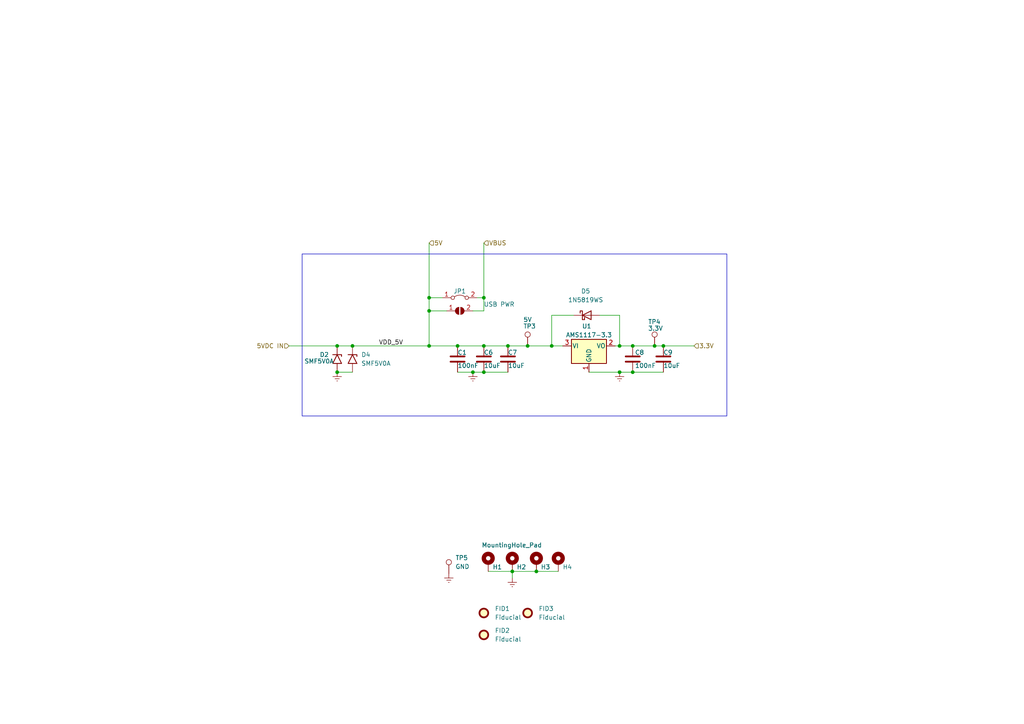
<source format=kicad_sch>
(kicad_sch (version 20230121) (generator eeschema)
  (paper "A4")
  (title_block (title "Spotify Reactive IoT LED Strip Driver") (date "2023-08-13") (rev "v1.8-a") (comment 2 "to the currently playing song on spotify") (comment 3 "A modular, internet connected LED strip driver that reacts "))
  (lib_symbols
    (symbol "Connector:TestPoint" (pin_numbers hide) (pin_names (offset 0.762) hide)
      (property "Reference" "TP" (at 0 6.858 0))
      (property "Value" "TestPoint" (at 0 5.08 0))
      (symbol "TestPoint_0_1"
        (circle (center 0 3.302) (radius 0.762))
      )
      (symbol "TestPoint_1_1"
        (pin passive line (at 0 0 90) (length 2.54) (name "1") (number "1"))
      )
    )
    (symbol "Device:C" (pin_numbers hide) (pin_names (offset 0.254))
      (property "Reference" "C" (at 0.635 2.54 0))
      (property "Value" "C" (at 0.635 -2.54 0))
      (symbol "C_0_1"
        (polyline (pts (xy -2.032 -0.762) (xy 2.032 -0.762)) (stroke (width 0.508)))
        (polyline (pts (xy -2.032 0.762) (xy 2.032 0.762)) (stroke (width 0.508)))
      )
      (symbol "C_1_1"
        (pin passive line (at 0 3.81 270) (length 2.794) (name "~") (number "1"))
        (pin passive line (at 0 -3.81 90) (length 2.794) (name "~") (number "2"))
      )
    )
    (symbol "Device:D_Schottky" (pin_numbers hide) (pin_names (offset 1.016) hide)
      (property "Reference" "D" (at 0 2.54 0))
      (property "Value" "D_Schottky" (at 0 -2.54 0))
      (symbol "D_Schottky_0_1"
        (polyline (pts (xy 1.27 0) (xy -1.27 0)))
        (polyline (pts (xy 1.27 1.27) (xy 1.27 -1.27) (xy -1.27 0) (xy 1.27 1.27)) (stroke (width 0.254)))
        (polyline (pts (xy -1.905 0.635) (xy -1.905 1.27) (xy -1.27 1.27) (xy -1.27 -1.27) (xy -0.635 -1.27) (xy -0.635 -0.635)) (stroke (width 0.254)))
      )
      (symbol "D_Schottky_1_1"
        (pin passive line (at -3.81 0 0) (length 2.54) (name "K") (number "1"))
        (pin passive line (at 3.81 0 180) (length 2.54) (name "A") (number "2"))
      )
    )
    (symbol "Diode:SMF5V0A" (pin_numbers hide) (pin_names (offset 1.016) hide)
      (property "Reference" "D" (at 0 2.54 0))
      (property "Value" "SMF5V0A" (at 0 -2.54 0))
      (symbol "SMF5V0A_0_1"
        (polyline (pts (xy -0.762 1.27) (xy -1.27 1.27) (xy -1.27 -1.27)) (stroke (width 0.254)))
        (polyline (pts (xy 1.27 1.27) (xy 1.27 -1.27) (xy -1.27 0) (xy 1.27 1.27)) (stroke (width 0.254)))
      )
      (symbol "SMF5V0A_1_1"
        (pin passive line (at -3.81 0 0) (length 2.54) (name "A1") (number "1"))
        (pin passive line (at 3.81 0 180) (length 2.54) (name "A2") (number "2"))
      )
    )
    (symbol "Earth_1" (power) (pin_names (offset 0) hide)
      (symbol "Earth_1_0_1"
        (polyline (pts (xy -0.635 -1.905) (xy 0.635 -1.905)))
        (polyline (pts (xy -0.127 -2.54) (xy 0.127 -2.54)))
        (polyline (pts (xy 0 -1.27) (xy 0 0)))
        (polyline (pts (xy 1.27 -1.27) (xy -1.27 -1.27)))
      )
      (symbol "Earth_1_1_1"
        (pin power_in line (at 0 0 270) (length 0) hide (name "Earth") (number "1"))
      )
    )
    (symbol "Earth_2" (power) (pin_numbers hide) (pin_names (offset 0) hide)
      (symbol "Earth_2_0_1"
        (polyline (pts (xy -0.635 -1.905) (xy 0.635 -1.905)))
        (polyline (pts (xy -0.127 -2.54) (xy 0.127 -2.54)))
        (polyline (pts (xy 0 -1.27) (xy 0 0)))
        (polyline (pts (xy 1.27 -1.27) (xy -1.27 -1.27)))
      )
      (symbol "Earth_2_1_1"
        (pin power_in line (at 0 0 270) (length 0) hide (name "Earth") (number "1"))
      )
    )
    (symbol "Jumper:Jumper_2_Bridged" (pin_names (offset 0) hide)
      (property "Reference" "JP" (at 0 1.905 0))
      (property "Value" "Jumper_2_Bridged" (at 0 -2.54 0))
      (symbol "Jumper_2_Bridged_0_0"
        (circle (center -2.032 0) (radius 0.508))
        (circle (center 2.032 0) (radius 0.508))
      )
      (symbol "Jumper_2_Bridged_0_1"
        (arc (start 1.524 0.254) (mid 0 0.762) (end -1.524 0.254))
      )
      (symbol "Jumper_2_Bridged_1_1"
        (pin passive line (at -5.08 0 0) (length 2.54) (name "A") (number "1"))
        (pin passive line (at 5.08 0 180) (length 2.54) (name "B") (number "2"))
      )
    )
    (symbol "Jumper:SolderJumper_2_Open" (pin_names (offset 0) hide)
      (property "Reference" "JP" (at 0 2.032 0))
      (property "Value" "SolderJumper_2_Open" (at 0 -2.54 0))
      (symbol "SolderJumper_2_Open_0_1"
        (arc (start -0.254 1.016) (mid -1.2656 0) (end -0.254 -1.016))
        (arc (start -0.254 1.016) (mid -1.2656 0) (end -0.254 -1.016) (fill (type outline)))
        (polyline (pts (xy -0.254 1.016) (xy -0.254 -1.016)))
        (polyline (pts (xy 0.254 1.016) (xy 0.254 -1.016)))
        (arc (start 0.254 -1.016) (mid 1.2656 0) (end 0.254 1.016))
        (arc (start 0.254 -1.016) (mid 1.2656 0) (end 0.254 1.016) (fill (type outline)))
      )
      (symbol "SolderJumper_2_Open_1_1"
        (pin passive line (at -3.81 0 0) (length 2.54) (name "A") (number "1"))
        (pin passive line (at 3.81 0 180) (length 2.54) (name "B") (number "2"))
      )
    )
    (symbol "Mechanical:Fiducial"
      (property "Reference" "FID" (at 0 5.08 0))
      (property "Value" "Fiducial" (at 0 3.175 0))
      (symbol "Fiducial_0_1"
        (circle (center 0 0) (radius 1.27) (stroke (width 0.508)) (fill (type background)))
      )
    )
    (symbol "Mechanical:MountingHole_Pad" (pin_numbers hide) (pin_names (offset 1.016) hide)
      (property "Reference" "H" (at 0 6.35 0))
      (property "Value" "MountingHole_Pad" (at 0 4.445 0))
      (symbol "MountingHole_Pad_0_1"
        (circle (center 0 1.27) (radius 1.27) (stroke (width 1.27)))
      )
      (symbol "MountingHole_Pad_1_1"
        (pin input line (at 0 -2.54 90) (length 2.54) (name "1") (number "1"))
      )
    )
    (symbol "Regulator_Linear:AMS1117-3.3" (pin_names (offset 0.254))
      (property "Reference" "U" (at -3.81 3.175 0))
      (property "Value" "AMS1117-3.3" (at 0 3.175 0))
      (symbol "AMS1117-3.3_0_1"
        (rectangle (start -5.08 -5.08) (end 5.08 1.905) (stroke (width 0.254)) (fill (type background)))
      )
      (symbol "AMS1117-3.3_1_1"
        (pin power_in line (at 0 -7.62 90) (length 2.54) (name "GND") (number "1"))
        (pin power_out line (at 7.62 0 180) (length 2.54) (name "VO") (number "2"))
        (pin power_in line (at -7.62 0 0) (length 2.54) (name "VI") (number "3"))
      )
    )
    (symbol "power:Earth" (power) (pin_names (offset 0))
      (symbol "Earth_0_1"
        (polyline (pts (xy -0.635 -1.905) (xy 0.635 -1.905)))
        (polyline (pts (xy -0.127 -2.54) (xy 0.127 -2.54)))
        (polyline (pts (xy 0 -1.27) (xy 0 0)))
        (polyline (pts (xy 1.27 -1.27) (xy -1.27 -1.27)))
      )
      (symbol "Earth_1_1"
        (pin power_in line (at 0 0 270) (length 0) hide (name "Earth") (number "1"))
      )
    )
  )
  (junction (at 132.715 100.33))
  (junction (at 160.02 100.33))
  (junction (at 183.515 100.33))
  (junction (at 124.46 90.17))
  (junction (at 124.46 86.36))
  (junction (at 140.335 86.36))
  (junction (at 153.035 100.33))
  (junction (at 137.16 107.95))
  (junction (at 97.79 100.33))
  (junction (at 189.865 100.33))
  (junction (at 183.515 107.95))
  (junction (at 102.235 100.33))
  (junction (at 179.705 100.33))
  (junction (at 97.79 107.95))
  (junction (at 140.335 100.33))
  (junction (at 140.335 107.95))
  (junction (at 155.575 165.735))
  (junction (at 179.705 107.95))
  (junction (at 124.46 100.33))
  (junction (at 148.59 165.735))
  (junction (at 147.32 100.33))
  (junction (at 192.405 100.33))
  (wire (pts (xy 140.335 107.95) (xy 147.32 107.95)))
  (wire (pts (xy 140.335 100.33) (xy 147.32 100.33)))
  (wire (pts (xy 124.46 70.485) (xy 124.46 86.36)))
  (wire (pts (xy 189.865 100.33) (xy 192.405 100.33)))
  (wire (pts (xy 124.46 100.33) (xy 132.715 100.33)))
  (wire (pts (xy 148.59 165.735) (xy 148.59 167.64)))
  (wire (pts (xy 160.02 91.44) (xy 160.02 100.33)))
  (wire (pts (xy 137.16 107.95) (xy 140.335 107.95)))
  (wire (pts (xy 140.335 86.36) (xy 138.43 86.36)))
  (wire (pts (xy 179.705 107.95) (xy 183.515 107.95)))
  (wire (pts (xy 155.575 165.735) (xy 161.925 165.735)))
  (wire (pts (xy 178.435 100.33) (xy 179.705 100.33)))
  (wire (pts (xy 124.46 86.36) (xy 128.27 86.36)))
  (wire (pts (xy 141.605 165.735) (xy 148.59 165.735)))
  (wire (pts (xy 102.235 100.33) (xy 124.46 100.33)))
  (wire (pts (xy 183.515 100.33) (xy 189.865 100.33)))
  (wire (pts (xy 140.335 86.36) (xy 140.335 90.17)))
  (wire (pts (xy 147.32 100.33) (xy 153.035 100.33)))
  (wire (pts (xy 153.035 100.33) (xy 160.02 100.33)))
  (wire (pts (xy 148.59 165.735) (xy 155.575 165.735)))
  (wire (pts (xy 97.79 100.33) (xy 102.235 100.33)))
  (wire (pts (xy 132.715 100.33) (xy 140.335 100.33)))
  (wire (pts (xy 192.405 100.33) (xy 201.295 100.33)))
  (wire (pts (xy 179.705 91.44) (xy 179.705 100.33)))
  (wire (pts (xy 124.46 90.17) (xy 124.46 100.33)))
  (wire (pts (xy 124.46 90.17) (xy 129.54 90.17)))
  (wire (pts (xy 137.16 90.17) (xy 140.335 90.17)))
  (wire (pts (xy 173.99 91.44) (xy 179.705 91.44)))
  (wire (pts (xy 140.335 70.485) (xy 140.335 86.36)))
  (wire (pts (xy 183.515 107.95) (xy 192.405 107.95)))
  (wire (pts (xy 83.82 100.33) (xy 97.79 100.33)))
  (wire (pts (xy 97.79 107.95) (xy 102.235 107.95)))
  (wire (pts (xy 124.46 86.36) (xy 124.46 90.17)))
  (wire (pts (xy 160.02 100.33) (xy 163.195 100.33)))
  (wire (pts (xy 170.815 107.95) (xy 179.705 107.95)))
  (wire (pts (xy 179.705 100.33) (xy 183.515 100.33)))
  (wire (pts (xy 132.715 107.95) (xy 137.16 107.95)))
  (wire (pts (xy 166.37 91.44) (xy 160.02 91.44)))
  (rectangle (start 87.63 73.66) (end 210.82 120.65))
  (label "VDD_5V" (at 109.855 100.33 0))
  (hierarchical_label "5VDC IN" (shape input) (at 83.82 100.33 180))
  (hierarchical_label "VBUS" (shape input) (at 140.335 70.485 0))
  (hierarchical_label "5V" (shape input) (at 124.46 70.485 0))
  (hierarchical_label "3.3V" (shape input) (at 201.295 100.33 0))
  (symbol (lib_id "Mechanical:MountingHole_Pad") (at 141.605 163.195 0) (unit 1) (in_bom no)
    (property "Reference" "H1" (at 142.875 164.465 0) (effects (justify left)))
    (property "Value" "MountingHole_Pad" (at 139.7 158.115 0) (effects (justify left)))
    (property "Footprint" "MountingHole:MountingHole_2.2mm_M2_Pad_Via" (effects hide))
  )
  (symbol (lib_id "Jumper:Jumper_2_Bridged") (at 133.35 86.36 0) (unit 1) (in_bom no)
    (property "Reference" "JP1" (at 133.35 84.455 0))
    (property "Value" "Jumper_2_Bridged" (effects hide))
    (property "Footprint" "Connector_PinHeader_2.54mm:PinHeader_1x02_P2.54mm_Vertical" (effects hide))
  )
  (symbol (lib_id "Mechanical:Fiducial") (at 140.335 184.15 0) (unit 1) (in_bom no)
    (property "Reference" "FID2" (at 143.51 182.8799 0) (effects (justify left)))
    (property "Value" "Fiducial" (at 143.51 185.4199 0) (effects (justify left)))
    (property "Footprint" "Fiducial:Fiducial_0.5mm_Mask1mm" (effects hide))
  )
  (symbol (lib_id "power:Earth") (at 179.705 107.95 0) (unit 1)
    (property "Reference" "#PWR012" (effects hide))
    (property "Value" "Earth" (effects hide))
  )
  (symbol (lib_id "power:Earth") (at 137.16 107.95 0) (unit 1)
    (property "Reference" "#PWR05" (effects hide))
    (property "Value" "Earth" (effects hide))
  )
  (symbol (lib_id "Device:C") (at 192.405 104.14 0) (unit 1)
    (property "Reference" "C9" (at 192.405 102.235 0) (effects (justify left)))
    (property "Value" "10uF" (at 192.405 106.045 0) (effects (justify left)))
    (property "Footprint" "Capacitor_SMD:C_0805_2012Metric_Pad1.18x1.45mm_HandSolder" (effects hide))
    (property "Vendor" "https://www.lcsc.com/product-detail/Multilayer-Ceramic-Capacitors-MLCC-SMD-SMT_Murata-Electronics-GRM21BR61C106KE15L_C77075.html" (effects hide))
    (property "LCSC" "C15850" (effects hide))
    (instances (project "iot_led_strip_pcb" (path "" (reference "C9") (unit 1)) (path "" (reference "C11") (unit 1))))
  )
  (symbol (lib_id "Device:C") (at 147.32 104.14 0) (unit 1)
    (property "Reference" "C7" (at 147.32 102.235 0) (effects (justify left)))
    (property "Value" "10uF" (at 147.32 106.045 0) (effects (justify left)))
    (property "Footprint" "Capacitor_SMD:C_0805_2012Metric_Pad1.18x1.45mm_HandSolder" (effects hide))
    (property "Vendor" "https://www.lcsc.com/product-detail/Multilayer-Ceramic-Capacitors-MLCC-SMD-SMT_Murata-Electronics-GRM21BR61C106KE15L_C77075.html" (effects hide))
    (property "LCSC" "C15850" (effects hide))
    (instances (project "iot_led_strip_pcb" (path "" (reference "C7") (unit 1)) (path "" (reference "C9") (unit 1))))
  )
  (symbol (lib_id "Connector:TestPoint") (at 153.035 100.33 0) (unit 1) (in_bom no)
    (property "Reference" "TP3" (at 151.765 94.615 0) (effects (justify left)))
    (property "Value" "5V" (at 151.765 92.71 0) (effects (justify left)))
    (property "Footprint" "TestPoint:TestPoint_Pad_D2.0mm" (effects hide))
    (instances (project "iot_led_strip_pcb" (path "" (reference "TP3") (unit 1)) (path "" (reference "TP6") (unit 1))))
  )
  (symbol (lib_name "Earth_1") (lib_id "power:Earth") (at 130.175 166.37 0) (unit 1)
    (property "Reference" "#PWR013" (effects hide))
    (property "Value" "Earth" (effects hide))
  )
  (symbol (lib_id "power:Earth") (at 97.79 107.95 0) (unit 1)
    (property "Reference" "#PWR02" (effects hide))
    (property "Value" "Earth" (effects hide))
    (instances (project "iot_led_strip_pcb" (path "" (reference "#PWR02") (unit 1)) (path "" (reference "#PWR016") (unit 1))))
  )
  (symbol (lib_id "Diode:SMF5V0A") (at 97.79 104.14 270) (unit 1)
    (property "Reference" "D2" (at 92.71 102.87 90) (effects (justify left)))
    (property "Value" "SMF5V0A" (at 88.265 104.775 90) (effects (justify left)))
    (property "Footprint" "Diode_SMD:D_SMF" (effects hide))
    (property "Datasheet" "https://www.vishay.com/doc?85881" (effects hide))
    (property "LCSC" "C1972946" (effects hide))
    (instances (project "iot_led_strip_pcb" (path "" (reference "D2") (unit 1)) (path "" (reference "D5") (unit 1))))
  )
  (symbol (lib_id "Regulator_Linear:AMS1117-3.3") (at 170.815 100.33 0) (unit 1)
    (property "Reference" "U1" (at 170.18 94.615 0))
    (property "Value" "AMS1117-3.3" (at 170.815 97.155 0))
    (property "Footprint" "Package_TO_SOT_SMD:SOT-223-3_TabPin2" (effects hide))
    (property "Datasheet" "http://www.advanced-monolithic.com/pdf/ds1117.pdf" (effects hide))
    (property "Vendor" "https://www.lcsc.com/product-detail/Linear-span-style-background-color-ff0-Voltage-span-Regulators-LDO_UMW-Youtai-Semiconductor-Co-Ltd-AMS1117-3-3_C347222.html" (effects hide))
    (property "LCSC" "C6186" (effects hide))
  )
  (symbol (lib_id "Device:C") (at 140.335 104.14 0) (unit 1)
    (property "Reference" "C6" (at 140.335 102.235 0) (effects (justify left)))
    (property "Value" "10uF" (at 140.335 106.045 0) (effects (justify left)))
    (property "Footprint" "Capacitor_SMD:C_0805_2012Metric_Pad1.18x1.45mm_HandSolder" (effects hide))
    (property "Vendor" "https://www.lcsc.com/product-detail/Multilayer-Ceramic-Capacitors-MLCC-SMD-SMT_Murata-Electronics-GRM21BR61C106KE15L_C77075.html" (effects hide))
    (property "LCSC" "C15850" (effects hide))
    (instances (project "iot_led_strip_pcb" (path "" (reference "C6") (unit 1)) (path "" (reference "C8") (unit 1))))
  )
  (symbol (lib_id "Diode:SMF5V0A") (at 102.235 104.14 270) (unit 1)
    (property "Reference" "D4" (at 104.775 102.8699 90) (effects (justify left)))
    (property "Value" "SMF5V0A" (at 104.775 105.4099 90) (effects (justify left)))
    (property "Footprint" "Diode_SMD:D_SMF" (effects hide))
    (property "Datasheet" "https://www.vishay.com/doc?85881" (effects hide))
    (property "LCSC" "C1972946" (effects hide))
    (instances (project "iot_led_strip_pcb" (path "" (reference "D4") (unit 1)) (path "" (reference "D6") (unit 1))))
  )
  (symbol (lib_id "Mechanical:MountingHole_Pad") (at 148.59 163.195 0) (unit 1) (in_bom no)
    (property "Reference" "H2" (at 149.86 164.465 0) (effects (justify left)))
    (property "Value" "MountingHole_Pad" (effects hide))
    (property "Footprint" "MountingHole:MountingHole_2.2mm_M2_Pad_Via" (effects hide))
  )
  (symbol (lib_id "Mechanical:Fiducial") (at 140.335 177.8 0) (unit 1) (in_bom no)
    (property "Reference" "FID1" (at 143.51 176.5299 0) (effects (justify left)))
    (property "Value" "Fiducial" (at 143.51 179.0699 0) (effects (justify left)))
    (property "Footprint" "Fiducial:Fiducial_0.5mm_Mask1mm" (effects hide))
  )
  (symbol (lib_id "Mechanical:Fiducial") (at 153.035 177.8 0) (unit 1) (in_bom no)
    (property "Reference" "FID3" (at 156.21 176.5299 0) (effects (justify left)))
    (property "Value" "Fiducial" (at 156.21 179.0699 0) (effects (justify left)))
    (property "Footprint" "Fiducial:Fiducial_0.5mm_Mask1mm" (effects hide))
  )
  (symbol (lib_id "Connector:TestPoint") (at 130.175 166.37 0) (unit 1) (in_bom no)
    (property "Reference" "TP5" (at 132.08 161.7979 0) (effects (justify left)))
    (property "Value" "GND" (at 132.08 164.3379 0) (effects (justify left)))
    (property "Footprint" "TestPoint:TestPoint_Pad_D2.0mm" (effects hide))
    (instances (project "iot_led_strip_pcb" (path "" (reference "TP5") (unit 1)) (path "" (reference "TP8") (unit 1))))
  )
  (symbol (lib_id "Mechanical:MountingHole_Pad") (at 161.925 163.195 0) (unit 1) (in_bom no)
    (property "Reference" "H4" (at 163.195 164.465 0) (effects (justify left)))
    (property "Value" "MountingHole_Pad" (effects hide))
    (property "Footprint" "MountingHole:MountingHole_2.2mm_M2_Pad_Via" (effects hide))
  )
  (symbol (lib_id "Device:C") (at 132.715 104.14 0) (unit 1)
    (property "Reference" "C1" (at 132.715 102.235 0) (effects (justify left)))
    (property "Value" "100nF" (at 132.715 106.045 0) (effects (justify left)))
    (property "Footprint" "Capacitor_SMD:C_0805_2012Metric_Pad1.18x1.45mm_HandSolder" (effects hide))
    (property "Vendor" "https://www.lcsc.com/product-detail/Multilayer-Ceramic-Capacitors-MLCC-SMD-SMT_FH-Guangdong-Fenghua-Advanced-Tech-0805B104K500NT_C38141.html" (effects hide))
    (property "LCSC" "C49678" (effects hide))
  )
  (symbol (lib_id "Jumper:SolderJumper_2_Open") (at 133.35 90.17 0) (unit 1) (in_bom no)
    (property "Reference" "JP2" (effects hide))
    (property "Value" "USB PWR" (at 144.78 88.265 0))
    (property "Footprint" "Jumper:SolderJumper-2_P1.3mm_Open_RoundedPad1.0x1.5mm" (effects hide))
  )
  (symbol (lib_name "Earth_2") (lib_id "power:Earth") (at 148.59 167.64 0) (unit 1)
    (property "Reference" "#PWR014" (effects hide))
    (property "Value" "Earth" (effects hide))
  )
  (symbol (lib_id "Mechanical:MountingHole_Pad") (at 155.575 163.195 0) (unit 1) (in_bom no)
    (property "Reference" "H3" (at 156.845 164.465 0) (effects (justify left)))
    (property "Value" "MountingHole_Pad" (effects hide))
    (property "Footprint" "MountingHole:MountingHole_2.2mm_M2_Pad_Via" (effects hide))
  )
  (symbol (lib_id "Device:D_Schottky") (at 170.18 91.44 0) (unit 1)
    (property "Reference" "D5" (at 169.8625 84.455 0))
    (property "Value" "1N5819WS" (at 169.8625 86.995 0))
    (property "Footprint" "Diode_SMD:D_SOD-323_HandSoldering" (effects hide))
    (property "LCSC" "C191023" (effects hide))
    (instances (project "iot_led_strip_pcb" (path "" (reference "D5") (unit 1)) (path "" (reference "D8") (unit 1))))
  )
  (symbol (lib_id "Device:C") (at 183.515 104.14 0) (unit 1)
    (property "Reference" "C8" (at 184.15 102.235 0) (effects (justify left)))
    (property "Value" "100nF" (at 184.15 106.045 0) (effects (justify left)))
    (property "Footprint" "Capacitor_SMD:C_0805_2012Metric_Pad1.18x1.45mm_HandSolder" (effects hide))
    (property "Vendor" "https://www.lcsc.com/product-detail/Multilayer-Ceramic-Capacitors-MLCC-SMD-SMT_FH-Guangdong-Fenghua-Advanced-Tech-0805B104K500NT_C38141.html" (effects hide))
    (property "LCSC" "C49678" (effects hide))
    (instances (project "iot_led_strip_pcb" (path "" (reference "C8") (unit 1)) (path "" (reference "C10") (unit 1))))
  )
  (symbol (lib_id "Connector:TestPoint") (at 189.865 100.33 0) (unit 1) (in_bom no)
    (property "Reference" "TP4" (at 187.96 93.345 0) (effects (justify left)))
    (property "Value" "3.3V" (at 187.96 95.25 0) (effects (justify left)))
    (property "Footprint" "TestPoint:TestPoint_Pad_D2.0mm" (effects hide))
    (instances (project "iot_led_strip_pcb" (path "" (reference "TP4") (unit 1)) (path "" (reference "TP7") (unit 1))))
  )
)
</source>
